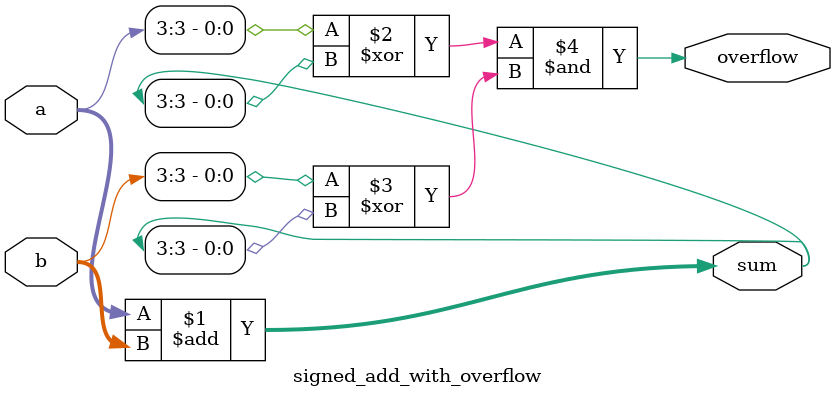
<source format=sv>

module add
(
  input  [3:0] a, b,
  output [3:0] sum
);

  assign sum = a + b;

endmodule

//----------------------------------------------------------------------------
// Task
//----------------------------------------------------------------------------

module signed_add_with_overflow
(
  input  [3:0] a, b,
  output [3:0] sum,
  output       overflow
);

  // Task:
  //
  // Implement a module that adds two signed numbers
  // and detects an overflow.
  //
  // By "signed" we mean "two's complement numbers".
  // See https://en.wikipedia.org/wiki/Two%27s_complement for details.
  //
  // The 'overflow' output bit should be set to 1
  // when the sum (either positive or negative)
  // of two input arguments does not fit into 4 bits.
  // Otherwise the 'overflow' should be set to 0.
  assign sum = a + b;
  assign overflow = (a[3] ^ sum[3]) & (b[3] ^ sum[3]);


endmodule

</source>
